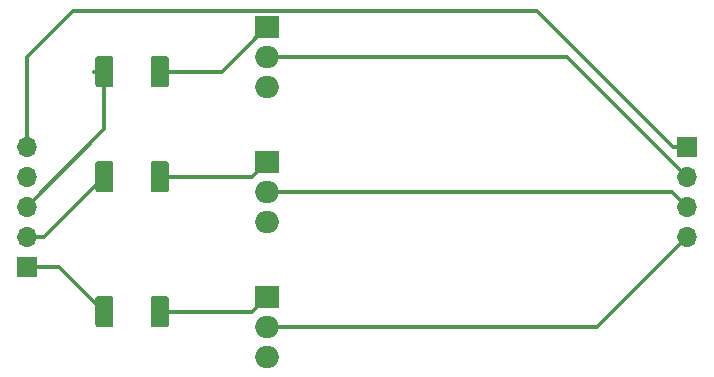
<source format=gbr>
G04 #@! TF.GenerationSoftware,KiCad,Pcbnew,(5.1.4)-1*
G04 #@! TF.CreationDate,2020-01-19T14:57:57-08:00*
G04 #@! TF.ProjectId,LEDStrip,4c454453-7472-4697-902e-6b696361645f,rev?*
G04 #@! TF.SameCoordinates,Original*
G04 #@! TF.FileFunction,Copper,L1,Top*
G04 #@! TF.FilePolarity,Positive*
%FSLAX46Y46*%
G04 Gerber Fmt 4.6, Leading zero omitted, Abs format (unit mm)*
G04 Created by KiCad (PCBNEW (5.1.4)-1) date 2020-01-19 14:57:57*
%MOMM*%
%LPD*%
G04 APERTURE LIST*
%ADD10O,1.700000X1.700000*%
%ADD11R,1.700000X1.700000*%
%ADD12O,2.000000X1.905000*%
%ADD13R,2.000000X1.905000*%
%ADD14C,0.100000*%
%ADD15C,1.525000*%
%ADD16C,0.300000*%
G04 APERTURE END LIST*
D10*
X187960000Y-63500000D03*
X187960000Y-60960000D03*
X187960000Y-58420000D03*
D11*
X187960000Y-55880000D03*
D10*
X132080000Y-55880000D03*
X132080000Y-58420000D03*
X132080000Y-60960000D03*
X132080000Y-63500000D03*
D11*
X132080000Y-66040000D03*
D12*
X152400000Y-50800000D03*
X152400000Y-48260000D03*
D13*
X152400000Y-45720000D03*
D12*
X152400000Y-62230000D03*
X152400000Y-59690000D03*
D13*
X152400000Y-57150000D03*
D12*
X152400000Y-73660000D03*
X152400000Y-71120000D03*
D13*
X152400000Y-68580000D03*
D14*
G36*
X139169505Y-48206204D02*
G01*
X139193773Y-48209804D01*
X139217572Y-48215765D01*
X139240671Y-48224030D01*
X139262850Y-48234520D01*
X139283893Y-48247132D01*
X139303599Y-48261747D01*
X139321777Y-48278223D01*
X139338253Y-48296401D01*
X139352868Y-48316107D01*
X139365480Y-48337150D01*
X139375970Y-48359329D01*
X139384235Y-48382428D01*
X139390196Y-48406227D01*
X139393796Y-48430495D01*
X139395000Y-48454999D01*
X139395000Y-50605001D01*
X139393796Y-50629505D01*
X139390196Y-50653773D01*
X139384235Y-50677572D01*
X139375970Y-50700671D01*
X139365480Y-50722850D01*
X139352868Y-50743893D01*
X139338253Y-50763599D01*
X139321777Y-50781777D01*
X139303599Y-50798253D01*
X139283893Y-50812868D01*
X139262850Y-50825480D01*
X139240671Y-50835970D01*
X139217572Y-50844235D01*
X139193773Y-50850196D01*
X139169505Y-50853796D01*
X139145001Y-50855000D01*
X138119999Y-50855000D01*
X138095495Y-50853796D01*
X138071227Y-50850196D01*
X138047428Y-50844235D01*
X138024329Y-50835970D01*
X138002150Y-50825480D01*
X137981107Y-50812868D01*
X137961401Y-50798253D01*
X137943223Y-50781777D01*
X137926747Y-50763599D01*
X137912132Y-50743893D01*
X137899520Y-50722850D01*
X137889030Y-50700671D01*
X137880765Y-50677572D01*
X137874804Y-50653773D01*
X137871204Y-50629505D01*
X137870000Y-50605001D01*
X137870000Y-48454999D01*
X137871204Y-48430495D01*
X137874804Y-48406227D01*
X137880765Y-48382428D01*
X137889030Y-48359329D01*
X137899520Y-48337150D01*
X137912132Y-48316107D01*
X137926747Y-48296401D01*
X137943223Y-48278223D01*
X137961401Y-48261747D01*
X137981107Y-48247132D01*
X138002150Y-48234520D01*
X138024329Y-48224030D01*
X138047428Y-48215765D01*
X138071227Y-48209804D01*
X138095495Y-48206204D01*
X138119999Y-48205000D01*
X139145001Y-48205000D01*
X139169505Y-48206204D01*
X139169505Y-48206204D01*
G37*
D15*
X138632500Y-49530000D03*
D14*
G36*
X143844505Y-48206204D02*
G01*
X143868773Y-48209804D01*
X143892572Y-48215765D01*
X143915671Y-48224030D01*
X143937850Y-48234520D01*
X143958893Y-48247132D01*
X143978599Y-48261747D01*
X143996777Y-48278223D01*
X144013253Y-48296401D01*
X144027868Y-48316107D01*
X144040480Y-48337150D01*
X144050970Y-48359329D01*
X144059235Y-48382428D01*
X144065196Y-48406227D01*
X144068796Y-48430495D01*
X144070000Y-48454999D01*
X144070000Y-50605001D01*
X144068796Y-50629505D01*
X144065196Y-50653773D01*
X144059235Y-50677572D01*
X144050970Y-50700671D01*
X144040480Y-50722850D01*
X144027868Y-50743893D01*
X144013253Y-50763599D01*
X143996777Y-50781777D01*
X143978599Y-50798253D01*
X143958893Y-50812868D01*
X143937850Y-50825480D01*
X143915671Y-50835970D01*
X143892572Y-50844235D01*
X143868773Y-50850196D01*
X143844505Y-50853796D01*
X143820001Y-50855000D01*
X142794999Y-50855000D01*
X142770495Y-50853796D01*
X142746227Y-50850196D01*
X142722428Y-50844235D01*
X142699329Y-50835970D01*
X142677150Y-50825480D01*
X142656107Y-50812868D01*
X142636401Y-50798253D01*
X142618223Y-50781777D01*
X142601747Y-50763599D01*
X142587132Y-50743893D01*
X142574520Y-50722850D01*
X142564030Y-50700671D01*
X142555765Y-50677572D01*
X142549804Y-50653773D01*
X142546204Y-50629505D01*
X142545000Y-50605001D01*
X142545000Y-48454999D01*
X142546204Y-48430495D01*
X142549804Y-48406227D01*
X142555765Y-48382428D01*
X142564030Y-48359329D01*
X142574520Y-48337150D01*
X142587132Y-48316107D01*
X142601747Y-48296401D01*
X142618223Y-48278223D01*
X142636401Y-48261747D01*
X142656107Y-48247132D01*
X142677150Y-48234520D01*
X142699329Y-48224030D01*
X142722428Y-48215765D01*
X142746227Y-48209804D01*
X142770495Y-48206204D01*
X142794999Y-48205000D01*
X143820001Y-48205000D01*
X143844505Y-48206204D01*
X143844505Y-48206204D01*
G37*
D15*
X143307500Y-49530000D03*
D14*
G36*
X139169505Y-57096204D02*
G01*
X139193773Y-57099804D01*
X139217572Y-57105765D01*
X139240671Y-57114030D01*
X139262850Y-57124520D01*
X139283893Y-57137132D01*
X139303599Y-57151747D01*
X139321777Y-57168223D01*
X139338253Y-57186401D01*
X139352868Y-57206107D01*
X139365480Y-57227150D01*
X139375970Y-57249329D01*
X139384235Y-57272428D01*
X139390196Y-57296227D01*
X139393796Y-57320495D01*
X139395000Y-57344999D01*
X139395000Y-59495001D01*
X139393796Y-59519505D01*
X139390196Y-59543773D01*
X139384235Y-59567572D01*
X139375970Y-59590671D01*
X139365480Y-59612850D01*
X139352868Y-59633893D01*
X139338253Y-59653599D01*
X139321777Y-59671777D01*
X139303599Y-59688253D01*
X139283893Y-59702868D01*
X139262850Y-59715480D01*
X139240671Y-59725970D01*
X139217572Y-59734235D01*
X139193773Y-59740196D01*
X139169505Y-59743796D01*
X139145001Y-59745000D01*
X138119999Y-59745000D01*
X138095495Y-59743796D01*
X138071227Y-59740196D01*
X138047428Y-59734235D01*
X138024329Y-59725970D01*
X138002150Y-59715480D01*
X137981107Y-59702868D01*
X137961401Y-59688253D01*
X137943223Y-59671777D01*
X137926747Y-59653599D01*
X137912132Y-59633893D01*
X137899520Y-59612850D01*
X137889030Y-59590671D01*
X137880765Y-59567572D01*
X137874804Y-59543773D01*
X137871204Y-59519505D01*
X137870000Y-59495001D01*
X137870000Y-57344999D01*
X137871204Y-57320495D01*
X137874804Y-57296227D01*
X137880765Y-57272428D01*
X137889030Y-57249329D01*
X137899520Y-57227150D01*
X137912132Y-57206107D01*
X137926747Y-57186401D01*
X137943223Y-57168223D01*
X137961401Y-57151747D01*
X137981107Y-57137132D01*
X138002150Y-57124520D01*
X138024329Y-57114030D01*
X138047428Y-57105765D01*
X138071227Y-57099804D01*
X138095495Y-57096204D01*
X138119999Y-57095000D01*
X139145001Y-57095000D01*
X139169505Y-57096204D01*
X139169505Y-57096204D01*
G37*
D15*
X138632500Y-58420000D03*
D14*
G36*
X143844505Y-57096204D02*
G01*
X143868773Y-57099804D01*
X143892572Y-57105765D01*
X143915671Y-57114030D01*
X143937850Y-57124520D01*
X143958893Y-57137132D01*
X143978599Y-57151747D01*
X143996777Y-57168223D01*
X144013253Y-57186401D01*
X144027868Y-57206107D01*
X144040480Y-57227150D01*
X144050970Y-57249329D01*
X144059235Y-57272428D01*
X144065196Y-57296227D01*
X144068796Y-57320495D01*
X144070000Y-57344999D01*
X144070000Y-59495001D01*
X144068796Y-59519505D01*
X144065196Y-59543773D01*
X144059235Y-59567572D01*
X144050970Y-59590671D01*
X144040480Y-59612850D01*
X144027868Y-59633893D01*
X144013253Y-59653599D01*
X143996777Y-59671777D01*
X143978599Y-59688253D01*
X143958893Y-59702868D01*
X143937850Y-59715480D01*
X143915671Y-59725970D01*
X143892572Y-59734235D01*
X143868773Y-59740196D01*
X143844505Y-59743796D01*
X143820001Y-59745000D01*
X142794999Y-59745000D01*
X142770495Y-59743796D01*
X142746227Y-59740196D01*
X142722428Y-59734235D01*
X142699329Y-59725970D01*
X142677150Y-59715480D01*
X142656107Y-59702868D01*
X142636401Y-59688253D01*
X142618223Y-59671777D01*
X142601747Y-59653599D01*
X142587132Y-59633893D01*
X142574520Y-59612850D01*
X142564030Y-59590671D01*
X142555765Y-59567572D01*
X142549804Y-59543773D01*
X142546204Y-59519505D01*
X142545000Y-59495001D01*
X142545000Y-57344999D01*
X142546204Y-57320495D01*
X142549804Y-57296227D01*
X142555765Y-57272428D01*
X142564030Y-57249329D01*
X142574520Y-57227150D01*
X142587132Y-57206107D01*
X142601747Y-57186401D01*
X142618223Y-57168223D01*
X142636401Y-57151747D01*
X142656107Y-57137132D01*
X142677150Y-57124520D01*
X142699329Y-57114030D01*
X142722428Y-57105765D01*
X142746227Y-57099804D01*
X142770495Y-57096204D01*
X142794999Y-57095000D01*
X143820001Y-57095000D01*
X143844505Y-57096204D01*
X143844505Y-57096204D01*
G37*
D15*
X143307500Y-58420000D03*
D14*
G36*
X139169505Y-68526204D02*
G01*
X139193773Y-68529804D01*
X139217572Y-68535765D01*
X139240671Y-68544030D01*
X139262850Y-68554520D01*
X139283893Y-68567132D01*
X139303599Y-68581747D01*
X139321777Y-68598223D01*
X139338253Y-68616401D01*
X139352868Y-68636107D01*
X139365480Y-68657150D01*
X139375970Y-68679329D01*
X139384235Y-68702428D01*
X139390196Y-68726227D01*
X139393796Y-68750495D01*
X139395000Y-68774999D01*
X139395000Y-70925001D01*
X139393796Y-70949505D01*
X139390196Y-70973773D01*
X139384235Y-70997572D01*
X139375970Y-71020671D01*
X139365480Y-71042850D01*
X139352868Y-71063893D01*
X139338253Y-71083599D01*
X139321777Y-71101777D01*
X139303599Y-71118253D01*
X139283893Y-71132868D01*
X139262850Y-71145480D01*
X139240671Y-71155970D01*
X139217572Y-71164235D01*
X139193773Y-71170196D01*
X139169505Y-71173796D01*
X139145001Y-71175000D01*
X138119999Y-71175000D01*
X138095495Y-71173796D01*
X138071227Y-71170196D01*
X138047428Y-71164235D01*
X138024329Y-71155970D01*
X138002150Y-71145480D01*
X137981107Y-71132868D01*
X137961401Y-71118253D01*
X137943223Y-71101777D01*
X137926747Y-71083599D01*
X137912132Y-71063893D01*
X137899520Y-71042850D01*
X137889030Y-71020671D01*
X137880765Y-70997572D01*
X137874804Y-70973773D01*
X137871204Y-70949505D01*
X137870000Y-70925001D01*
X137870000Y-68774999D01*
X137871204Y-68750495D01*
X137874804Y-68726227D01*
X137880765Y-68702428D01*
X137889030Y-68679329D01*
X137899520Y-68657150D01*
X137912132Y-68636107D01*
X137926747Y-68616401D01*
X137943223Y-68598223D01*
X137961401Y-68581747D01*
X137981107Y-68567132D01*
X138002150Y-68554520D01*
X138024329Y-68544030D01*
X138047428Y-68535765D01*
X138071227Y-68529804D01*
X138095495Y-68526204D01*
X138119999Y-68525000D01*
X139145001Y-68525000D01*
X139169505Y-68526204D01*
X139169505Y-68526204D01*
G37*
D15*
X138632500Y-69850000D03*
D14*
G36*
X143844505Y-68526204D02*
G01*
X143868773Y-68529804D01*
X143892572Y-68535765D01*
X143915671Y-68544030D01*
X143937850Y-68554520D01*
X143958893Y-68567132D01*
X143978599Y-68581747D01*
X143996777Y-68598223D01*
X144013253Y-68616401D01*
X144027868Y-68636107D01*
X144040480Y-68657150D01*
X144050970Y-68679329D01*
X144059235Y-68702428D01*
X144065196Y-68726227D01*
X144068796Y-68750495D01*
X144070000Y-68774999D01*
X144070000Y-70925001D01*
X144068796Y-70949505D01*
X144065196Y-70973773D01*
X144059235Y-70997572D01*
X144050970Y-71020671D01*
X144040480Y-71042850D01*
X144027868Y-71063893D01*
X144013253Y-71083599D01*
X143996777Y-71101777D01*
X143978599Y-71118253D01*
X143958893Y-71132868D01*
X143937850Y-71145480D01*
X143915671Y-71155970D01*
X143892572Y-71164235D01*
X143868773Y-71170196D01*
X143844505Y-71173796D01*
X143820001Y-71175000D01*
X142794999Y-71175000D01*
X142770495Y-71173796D01*
X142746227Y-71170196D01*
X142722428Y-71164235D01*
X142699329Y-71155970D01*
X142677150Y-71145480D01*
X142656107Y-71132868D01*
X142636401Y-71118253D01*
X142618223Y-71101777D01*
X142601747Y-71083599D01*
X142587132Y-71063893D01*
X142574520Y-71042850D01*
X142564030Y-71020671D01*
X142555765Y-70997572D01*
X142549804Y-70973773D01*
X142546204Y-70949505D01*
X142545000Y-70925001D01*
X142545000Y-68774999D01*
X142546204Y-68750495D01*
X142549804Y-68726227D01*
X142555765Y-68702428D01*
X142564030Y-68679329D01*
X142574520Y-68657150D01*
X142587132Y-68636107D01*
X142601747Y-68616401D01*
X142618223Y-68598223D01*
X142636401Y-68581747D01*
X142656107Y-68567132D01*
X142677150Y-68554520D01*
X142699329Y-68544030D01*
X142722428Y-68535765D01*
X142746227Y-68529804D01*
X142770495Y-68526204D01*
X142794999Y-68525000D01*
X143820001Y-68525000D01*
X143844505Y-68526204D01*
X143844505Y-68526204D01*
G37*
D15*
X143307500Y-69850000D03*
D16*
X134822500Y-66040000D02*
X138632500Y-69850000D01*
X132080000Y-66040000D02*
X134822500Y-66040000D01*
X133552500Y-63500000D02*
X138632500Y-58420000D01*
X132080000Y-63500000D02*
X133552500Y-63500000D01*
X137770000Y-49530000D02*
X138632500Y-49530000D01*
X138632500Y-54407500D02*
X138632500Y-49530000D01*
X132080000Y-60960000D02*
X138632500Y-54407500D01*
X180340000Y-71120000D02*
X187960000Y-63500000D01*
X152400000Y-71120000D02*
X180340000Y-71120000D01*
X186690000Y-59690000D02*
X187960000Y-60960000D01*
X152400000Y-59690000D02*
X186690000Y-59690000D01*
X177800000Y-48260000D02*
X187960000Y-58420000D01*
X152400000Y-48260000D02*
X177800000Y-48260000D01*
X132080000Y-55880000D02*
X132080000Y-54730000D01*
X132080000Y-55880000D02*
X132080000Y-48260000D01*
X186810000Y-55880000D02*
X187960000Y-55880000D01*
X175297499Y-44367499D02*
X186810000Y-55880000D01*
X135972501Y-44367499D02*
X175297499Y-44367499D01*
X132080000Y-48260000D02*
X135972501Y-44367499D01*
X152352500Y-45720000D02*
X152400000Y-45720000D01*
X151100000Y-46972500D02*
X152352500Y-45720000D01*
X151100000Y-47020000D02*
X151100000Y-46972500D01*
X148590000Y-49530000D02*
X151100000Y-47020000D01*
X143307500Y-49530000D02*
X148590000Y-49530000D01*
X151130000Y-58420000D02*
X152400000Y-57150000D01*
X143307500Y-58420000D02*
X151130000Y-58420000D01*
X151130000Y-69850000D02*
X152400000Y-68580000D01*
X143307500Y-69850000D02*
X151130000Y-69850000D01*
M02*

</source>
